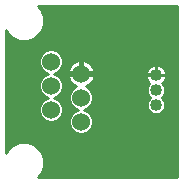
<source format=gbl>
G75*
%MOIN*%
%OFA0B0*%
%FSLAX24Y24*%
%IPPOS*%
%LPD*%
%AMOC8*
5,1,8,0,0,1.08239X$1,22.5*
%
%ADD10C,0.0600*%
%ADD11C,0.0400*%
%ADD12C,0.0100*%
D10*
X003418Y002748D03*
X003418Y003551D03*
X003418Y004354D03*
X004418Y003952D03*
X004418Y003149D03*
X004418Y002346D03*
D11*
X006912Y002900D03*
X006912Y003400D03*
X006912Y003900D03*
D12*
X001912Y005404D02*
X001912Y001296D01*
X001942Y001369D01*
X002131Y001558D01*
X002378Y001660D01*
X002646Y001660D01*
X002893Y001558D01*
X003082Y001369D01*
X003185Y001122D01*
X003185Y000854D01*
X003082Y000607D01*
X002975Y000500D01*
X007612Y000500D01*
X007612Y006200D01*
X002975Y006200D01*
X003082Y006093D01*
X003185Y005846D01*
X003185Y005578D01*
X003082Y005331D01*
X002893Y005142D01*
X002646Y005040D01*
X002378Y005040D01*
X002131Y005142D01*
X001942Y005331D01*
X001912Y005404D01*
X001912Y005321D02*
X001953Y005321D01*
X001912Y005222D02*
X002051Y005222D01*
X002176Y005124D02*
X001912Y005124D01*
X001912Y005025D02*
X007612Y005025D01*
X007612Y005124D02*
X002848Y005124D01*
X002973Y005222D02*
X007612Y005222D01*
X007612Y005321D02*
X003071Y005321D01*
X003119Y005419D02*
X007612Y005419D01*
X007612Y005518D02*
X003159Y005518D01*
X003185Y005616D02*
X007612Y005616D01*
X007612Y005715D02*
X003185Y005715D01*
X003185Y005813D02*
X007612Y005813D01*
X007612Y005912D02*
X003157Y005912D01*
X003117Y006010D02*
X007612Y006010D01*
X007612Y006109D02*
X003067Y006109D01*
X001912Y004927D02*
X007612Y004927D01*
X007612Y004828D02*
X001912Y004828D01*
X001912Y004730D02*
X003253Y004730D01*
X003185Y004702D02*
X003070Y004586D01*
X003008Y004435D01*
X003008Y004272D01*
X003070Y004122D01*
X003185Y004006D01*
X003316Y003952D01*
X003185Y003898D01*
X003070Y003783D01*
X003008Y003632D01*
X003008Y003469D01*
X003070Y003319D01*
X003185Y003203D01*
X003316Y003149D01*
X003185Y003095D01*
X003070Y002980D01*
X003008Y002829D01*
X003008Y002666D01*
X003070Y002515D01*
X003185Y002400D01*
X003336Y002338D01*
X003499Y002338D01*
X003650Y002400D01*
X003765Y002515D01*
X003828Y002666D01*
X003828Y002829D01*
X003765Y002980D01*
X003650Y003095D01*
X003520Y003149D01*
X003650Y003203D01*
X003765Y003319D01*
X003828Y003469D01*
X003828Y003632D01*
X003765Y003783D01*
X003650Y003898D01*
X003520Y003952D01*
X003650Y004006D01*
X003765Y004122D01*
X003828Y004272D01*
X003828Y004435D01*
X003765Y004586D01*
X003650Y004702D01*
X003499Y004764D01*
X003336Y004764D01*
X003185Y004702D01*
X003115Y004631D02*
X001912Y004631D01*
X001912Y004533D02*
X003048Y004533D01*
X003008Y004434D02*
X001912Y004434D01*
X001912Y004336D02*
X003008Y004336D01*
X003022Y004237D02*
X001912Y004237D01*
X001912Y004139D02*
X003063Y004139D01*
X003152Y004040D02*
X001912Y004040D01*
X001912Y003942D02*
X003290Y003942D01*
X003130Y003843D02*
X001912Y003843D01*
X001912Y003745D02*
X003054Y003745D01*
X003013Y003646D02*
X001912Y003646D01*
X001912Y003548D02*
X003008Y003548D01*
X003016Y003449D02*
X001912Y003449D01*
X001912Y003351D02*
X003057Y003351D01*
X003137Y003252D02*
X001912Y003252D01*
X001912Y003154D02*
X003305Y003154D01*
X003145Y003055D02*
X001912Y003055D01*
X001912Y002957D02*
X003060Y002957D01*
X003020Y002858D02*
X001912Y002858D01*
X001912Y002760D02*
X003008Y002760D01*
X003010Y002661D02*
X001912Y002661D01*
X001912Y002563D02*
X003051Y002563D01*
X003122Y002464D02*
X001912Y002464D01*
X001912Y002366D02*
X003269Y002366D01*
X003567Y002366D02*
X004008Y002366D01*
X004008Y002428D02*
X004008Y002265D01*
X004070Y002114D01*
X004185Y001998D01*
X004336Y001936D01*
X004499Y001936D01*
X004650Y001998D01*
X004765Y002114D01*
X004828Y002265D01*
X004828Y002428D01*
X004765Y002578D01*
X004650Y002694D01*
X004520Y002748D01*
X004650Y002802D01*
X004765Y002917D01*
X004828Y003068D01*
X004828Y003231D01*
X004765Y003381D01*
X004650Y003497D01*
X004572Y003529D01*
X004590Y003535D01*
X004654Y003567D01*
X004711Y003609D01*
X004761Y003659D01*
X004803Y003717D01*
X004835Y003780D01*
X004857Y003847D01*
X004867Y003914D01*
X004456Y003914D01*
X004456Y003991D01*
X004379Y003991D01*
X004379Y003914D01*
X003968Y003914D01*
X003979Y003847D01*
X004001Y003780D01*
X004033Y003717D01*
X004074Y003659D01*
X004125Y003609D01*
X004182Y003567D01*
X004245Y003535D01*
X004264Y003529D01*
X004185Y003497D01*
X004070Y003381D01*
X004008Y003231D01*
X004008Y003068D01*
X004070Y002917D01*
X004185Y002802D01*
X004316Y002748D01*
X004185Y002694D01*
X004070Y002578D01*
X004008Y002428D01*
X004023Y002464D02*
X003714Y002464D01*
X003785Y002563D02*
X004064Y002563D01*
X004153Y002661D02*
X003826Y002661D01*
X003828Y002760D02*
X004287Y002760D01*
X004129Y002858D02*
X003816Y002858D01*
X003775Y002957D02*
X004054Y002957D01*
X004013Y003055D02*
X003690Y003055D01*
X003530Y003154D02*
X004008Y003154D01*
X004017Y003252D02*
X003699Y003252D01*
X003779Y003351D02*
X004057Y003351D01*
X004138Y003449D02*
X003819Y003449D01*
X003828Y003548D02*
X004221Y003548D01*
X004088Y003646D02*
X003822Y003646D01*
X003781Y003745D02*
X004019Y003745D01*
X003980Y003843D02*
X003705Y003843D01*
X003546Y003942D02*
X004379Y003942D01*
X004418Y003952D02*
X006860Y003952D01*
X006912Y003900D01*
X006903Y003909D02*
X006903Y003891D01*
X006562Y003891D01*
X006562Y003866D01*
X006576Y003798D01*
X006602Y003734D01*
X006640Y003677D01*
X006689Y003628D01*
X006697Y003623D01*
X006649Y003576D01*
X006602Y003462D01*
X006602Y003338D01*
X006649Y003224D01*
X006724Y003150D01*
X006649Y003076D01*
X006602Y002962D01*
X006602Y002838D01*
X006649Y002724D01*
X006737Y002637D01*
X006851Y002590D01*
X006974Y002590D01*
X007088Y002637D01*
X007175Y002724D01*
X007222Y002838D01*
X007222Y002962D01*
X007175Y003076D01*
X007101Y003150D01*
X007175Y003224D01*
X007222Y003338D01*
X007222Y003462D01*
X007175Y003576D01*
X007128Y003623D01*
X007135Y003628D01*
X007184Y003677D01*
X007222Y003734D01*
X007249Y003798D01*
X007262Y003866D01*
X007262Y003891D01*
X006921Y003891D01*
X006921Y003909D01*
X006903Y003909D01*
X006562Y003909D01*
X006562Y003934D01*
X006576Y004002D01*
X006602Y004066D01*
X006640Y004123D01*
X006689Y004172D01*
X006746Y004210D01*
X006810Y004237D01*
X006878Y004250D01*
X006903Y004250D01*
X006903Y003909D01*
X006921Y003909D02*
X006921Y004250D01*
X006947Y004250D01*
X007014Y004237D01*
X007078Y004210D01*
X007135Y004172D01*
X007184Y004123D01*
X007222Y004066D01*
X007249Y004002D01*
X007262Y003934D01*
X007262Y003909D01*
X006921Y003909D01*
X006921Y003942D02*
X006903Y003942D01*
X006903Y004040D02*
X006921Y004040D01*
X006921Y004139D02*
X006903Y004139D01*
X006903Y004237D02*
X006921Y004237D01*
X006812Y004237D02*
X004767Y004237D01*
X004761Y004246D02*
X004711Y004296D01*
X004654Y004337D01*
X004590Y004369D01*
X004523Y004391D01*
X004456Y004402D01*
X004456Y003991D01*
X004867Y003991D01*
X004857Y004058D01*
X004835Y004125D01*
X004803Y004188D01*
X004761Y004246D01*
X004656Y004336D02*
X007612Y004336D01*
X007612Y004237D02*
X007012Y004237D01*
X007169Y004139D02*
X007612Y004139D01*
X007612Y004040D02*
X007233Y004040D01*
X007261Y003942D02*
X007612Y003942D01*
X007612Y003843D02*
X007258Y003843D01*
X007227Y003745D02*
X007612Y003745D01*
X007612Y003646D02*
X007153Y003646D01*
X007187Y003548D02*
X007612Y003548D01*
X007612Y003449D02*
X007222Y003449D01*
X007222Y003351D02*
X007612Y003351D01*
X007612Y003252D02*
X007186Y003252D01*
X007104Y003154D02*
X007612Y003154D01*
X007612Y003055D02*
X007184Y003055D01*
X007222Y002957D02*
X007612Y002957D01*
X007612Y002858D02*
X007222Y002858D01*
X007190Y002760D02*
X007612Y002760D01*
X007612Y002661D02*
X007112Y002661D01*
X006713Y002661D02*
X004683Y002661D01*
X004772Y002563D02*
X007612Y002563D01*
X007612Y002464D02*
X004813Y002464D01*
X004828Y002366D02*
X007612Y002366D01*
X007612Y002267D02*
X004828Y002267D01*
X004788Y002169D02*
X007612Y002169D01*
X007612Y002070D02*
X004721Y002070D01*
X004585Y001972D02*
X007612Y001972D01*
X007612Y001873D02*
X001912Y001873D01*
X001912Y001775D02*
X007612Y001775D01*
X007612Y001676D02*
X001912Y001676D01*
X001912Y001578D02*
X002179Y001578D01*
X002052Y001479D02*
X001912Y001479D01*
X001912Y001381D02*
X001954Y001381D01*
X001912Y001972D02*
X004251Y001972D01*
X004114Y002070D02*
X001912Y002070D01*
X001912Y002169D02*
X004047Y002169D01*
X004008Y002267D02*
X001912Y002267D01*
X002846Y001578D02*
X007612Y001578D01*
X007612Y001479D02*
X002972Y001479D01*
X003070Y001381D02*
X007612Y001381D01*
X007612Y001282D02*
X003118Y001282D01*
X003159Y001184D02*
X007612Y001184D01*
X007612Y001085D02*
X003185Y001085D01*
X003185Y000987D02*
X007612Y000987D01*
X007612Y000888D02*
X003185Y000888D01*
X003158Y000790D02*
X007612Y000790D01*
X007612Y000691D02*
X003117Y000691D01*
X003068Y000593D02*
X007612Y000593D01*
X006635Y002760D02*
X004548Y002760D01*
X004706Y002858D02*
X006602Y002858D01*
X006602Y002957D02*
X004782Y002957D01*
X004822Y003055D02*
X006641Y003055D01*
X006720Y003154D02*
X004828Y003154D01*
X004819Y003252D02*
X006638Y003252D01*
X006602Y003351D02*
X004778Y003351D01*
X004698Y003449D02*
X006602Y003449D01*
X006638Y003548D02*
X004614Y003548D01*
X004748Y003646D02*
X006671Y003646D01*
X006598Y003745D02*
X004817Y003745D01*
X004855Y003843D02*
X006567Y003843D01*
X006564Y003942D02*
X004456Y003942D01*
X004379Y003991D02*
X004379Y004402D01*
X004312Y004391D01*
X004245Y004369D01*
X004182Y004337D01*
X004125Y004296D01*
X004074Y004246D01*
X004033Y004188D01*
X004001Y004125D01*
X003979Y004058D01*
X003968Y003991D01*
X004379Y003991D01*
X004379Y004040D02*
X004456Y004040D01*
X004456Y004139D02*
X004379Y004139D01*
X004379Y004237D02*
X004456Y004237D01*
X004456Y004336D02*
X004379Y004336D01*
X004179Y004336D02*
X003828Y004336D01*
X003813Y004237D02*
X004068Y004237D01*
X004008Y004139D02*
X003772Y004139D01*
X003684Y004040D02*
X003976Y004040D01*
X003828Y004434D02*
X007612Y004434D01*
X007612Y004533D02*
X003788Y004533D01*
X003720Y004631D02*
X007612Y004631D01*
X007612Y004730D02*
X003582Y004730D01*
X004828Y004139D02*
X006656Y004139D01*
X006591Y004040D02*
X004859Y004040D01*
M02*

</source>
